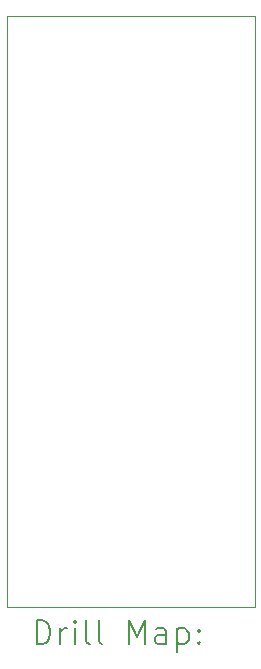
<source format=gbr>
%TF.GenerationSoftware,KiCad,Pcbnew,(6.0.8)*%
%TF.CreationDate,2023-05-16T00:54:07+01:00*%
%TF.ProjectId,photodiode,70686f74-6f64-4696-9f64-652e6b696361,rev?*%
%TF.SameCoordinates,Original*%
%TF.FileFunction,Drillmap*%
%TF.FilePolarity,Positive*%
%FSLAX45Y45*%
G04 Gerber Fmt 4.5, Leading zero omitted, Abs format (unit mm)*
G04 Created by KiCad (PCBNEW (6.0.8)) date 2023-05-16 00:54:07*
%MOMM*%
%LPD*%
G01*
G04 APERTURE LIST*
%ADD10C,0.100000*%
%ADD11C,0.200000*%
G04 APERTURE END LIST*
D10*
X13900000Y-12200000D02*
X11800000Y-12200000D01*
X11800000Y-12200000D02*
X11800000Y-7200000D01*
X13900000Y-7200000D02*
X13900000Y-12200000D01*
X11800000Y-7200000D02*
X13900000Y-7200000D01*
D11*
X12052619Y-12515476D02*
X12052619Y-12315476D01*
X12100238Y-12315476D01*
X12128809Y-12325000D01*
X12147857Y-12344048D01*
X12157381Y-12363095D01*
X12166905Y-12401190D01*
X12166905Y-12429762D01*
X12157381Y-12467857D01*
X12147857Y-12486905D01*
X12128809Y-12505952D01*
X12100238Y-12515476D01*
X12052619Y-12515476D01*
X12252619Y-12515476D02*
X12252619Y-12382143D01*
X12252619Y-12420238D02*
X12262143Y-12401190D01*
X12271667Y-12391667D01*
X12290714Y-12382143D01*
X12309762Y-12382143D01*
X12376428Y-12515476D02*
X12376428Y-12382143D01*
X12376428Y-12315476D02*
X12366905Y-12325000D01*
X12376428Y-12334524D01*
X12385952Y-12325000D01*
X12376428Y-12315476D01*
X12376428Y-12334524D01*
X12500238Y-12515476D02*
X12481190Y-12505952D01*
X12471667Y-12486905D01*
X12471667Y-12315476D01*
X12605000Y-12515476D02*
X12585952Y-12505952D01*
X12576428Y-12486905D01*
X12576428Y-12315476D01*
X12833571Y-12515476D02*
X12833571Y-12315476D01*
X12900238Y-12458333D01*
X12966905Y-12315476D01*
X12966905Y-12515476D01*
X13147857Y-12515476D02*
X13147857Y-12410714D01*
X13138333Y-12391667D01*
X13119286Y-12382143D01*
X13081190Y-12382143D01*
X13062143Y-12391667D01*
X13147857Y-12505952D02*
X13128809Y-12515476D01*
X13081190Y-12515476D01*
X13062143Y-12505952D01*
X13052619Y-12486905D01*
X13052619Y-12467857D01*
X13062143Y-12448809D01*
X13081190Y-12439286D01*
X13128809Y-12439286D01*
X13147857Y-12429762D01*
X13243095Y-12382143D02*
X13243095Y-12582143D01*
X13243095Y-12391667D02*
X13262143Y-12382143D01*
X13300238Y-12382143D01*
X13319286Y-12391667D01*
X13328809Y-12401190D01*
X13338333Y-12420238D01*
X13338333Y-12477381D01*
X13328809Y-12496428D01*
X13319286Y-12505952D01*
X13300238Y-12515476D01*
X13262143Y-12515476D01*
X13243095Y-12505952D01*
X13424048Y-12496428D02*
X13433571Y-12505952D01*
X13424048Y-12515476D01*
X13414524Y-12505952D01*
X13424048Y-12496428D01*
X13424048Y-12515476D01*
X13424048Y-12391667D02*
X13433571Y-12401190D01*
X13424048Y-12410714D01*
X13414524Y-12401190D01*
X13424048Y-12391667D01*
X13424048Y-12410714D01*
M02*

</source>
